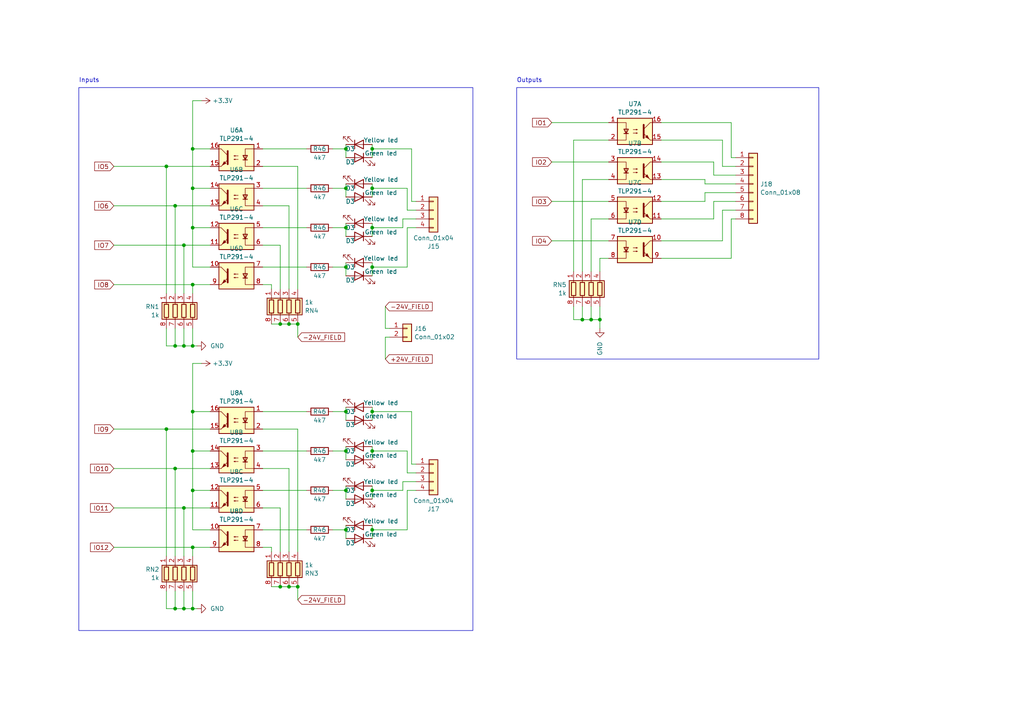
<source format=kicad_sch>
(kicad_sch (version 20230121) (generator eeschema)
  (paper "A4")
  (lib_symbols
    (symbol "Connector:Conn_01x03_Pin" (pin_names (offset 1.016) hide)
      (property "Reference" "J" (at 0 5.08 0))
      (property "Value" "Conn_01x03_Pin" (at 0 -5.08 0))
      (symbol "Conn_01x03_Pin_1_1"
        (pin passive line (at 5.08 2.54 180) (length 3.81) (name "Pin_1") (number "1"))
        (pin passive line (at 5.08 0 180) (length 3.81) (name "Pin_2") (number "2"))
        (pin passive line (at 5.08 -2.54 180) (length 3.81) (name "Pin_3") (number "3"))
      )
    )
    (symbol "Connector:Conn_01x04_Pin" (pin_names (offset 1.016) hide)
      (property "Reference" "J" (at 0 5.08 0))
      (property "Value" "Conn_01x04_Pin" (at 0 -7.62 0))
      (symbol "Conn_01x04_Pin_1_1"
        (pin passive line (at 5.08 2.54 180) (length 3.81) (name "Pin_1") (number "1"))
        (pin passive line (at 5.08 0 180) (length 3.81) (name "Pin_2") (number "2"))
        (pin passive line (at 5.08 -2.54 180) (length 3.81) (name "Pin_3") (number "3"))
        (pin passive line (at 5.08 -5.08 180) (length 3.81) (name "Pin_4") (number "4"))
      )
    )
    (symbol "Connector:Conn_01x05_Pin" (pin_names (offset 1.016) hide)
      (property "Reference" "J" (at 0 7.62 0))
      (property "Value" "Conn_01x05_Pin" (at 0 -7.62 0))
      (symbol "Conn_01x05_Pin_1_1"
        (pin passive line (at 5.08 5.08 180) (length 3.81) (name "Pin_1") (number "1"))
        (pin passive line (at 5.08 2.54 180) (length 3.81) (name "Pin_2") (number "2"))
        (pin passive line (at 5.08 0 180) (length 3.81) (name "Pin_3") (number "3"))
        (pin passive line (at 5.08 -2.54 180) (length 3.81) (name "Pin_4") (number "4"))
        (pin passive line (at 5.08 -5.08 180) (length 3.81) (name "Pin_5") (number "5"))
      )
    )
    (symbol "Connector_Generic:Conn_01x02" (pin_names (offset 1.016) hide)
      (property "Reference" "J" (at 0 2.54 0))
      (property "Value" "Conn_01x02" (at 0 -5.08 0))
      (symbol "Conn_01x02_1_1"
        (pin passive line (at -5.08 0 0) (length 3.81) (name "Pin_1") (number "1"))
        (pin passive line (at -5.08 -2.54 0) (length 3.81) (name "Pin_2") (number "2"))
      )
    )
    (symbol "Connector_Generic:Conn_01x04" (pin_names (offset 1.016) hide)
      (property "Reference" "J" (at 0 5.08 0))
      (property "Value" "Conn_01x04" (at 0 -7.62 0))
      (symbol "Conn_01x04_1_1"
        (pin passive line (at -5.08 2.54 0) (length 3.81) (name "Pin_1") (number "1"))
        (pin passive line (at -5.08 0 0) (length 3.81) (name "Pin_2") (number "2"))
        (pin passive line (at -5.08 -2.54 0) (length 3.81) (name "Pin_3") (number "3"))
        (pin passive line (at -5.08 -5.08 0) (length 3.81) (name "Pin_4") (number "4"))
      )
    )
    (symbol "Connector_Generic:Conn_01x08" (pin_names (offset 1.016) hide)
      (property "Reference" "J" (at 0 10.16 0))
      (property "Value" "Conn_01x08" (at 0 -12.7 0))
      (symbol "Conn_01x08_1_1"
        (pin passive line (at -5.08 7.62 0) (length 3.81) (name "Pin_1") (number "1"))
        (pin passive line (at -5.08 5.08 0) (length 3.81) (name "Pin_2") (number "2"))
        (pin passive line (at -5.08 2.54 0) (length 3.81) (name "Pin_3") (number "3"))
        (pin passive line (at -5.08 0 0) (length 3.81) (name "Pin_4") (number "4"))
        (pin passive line (at -5.08 -2.54 0) (length 3.81) (name "Pin_5") (number "5"))
        (pin passive line (at -5.08 -5.08 0) (length 3.81) (name "Pin_6") (number "6"))
        (pin passive line (at -5.08 -7.62 0) (length 3.81) (name "Pin_7") (number "7"))
        (pin passive line (at -5.08 -10.16 0) (length 3.81) (name "Pin_8") (number "8"))
      )
    )
    (symbol "Device:LED" (pin_numbers hide) (pin_names (offset 1.016) hide)
      (property "Reference" "D" (at 0 2.54 0))
      (property "Value" "LED" (at 0 -2.54 0))
      (symbol "LED_1_1"
        (pin passive line (at -3.81 0 0) (length 2.54) (name "K") (number "1"))
        (pin passive line (at 3.81 0 180) (length 2.54) (name "A") (number "2"))
      )
    )
    (symbol "Device:R" (pin_numbers hide) (pin_names (offset 0))
      (property "Reference" "R" (at 2.032 0 90))
      (property "Value" "R" (at 0 0 90))
      (symbol "R_1_1"
        (pin passive line (at 0 3.81 270) (length 1.27) (name "~") (number "1"))
        (pin passive line (at 0 -3.81 90) (length 1.27) (name "~") (number "2"))
      )
    )
    (symbol "Device:R_Pack04" (pin_names (offset 0) hide)
      (property "Reference" "RN" (at -7.62 0 90))
      (property "Value" "R_Pack04" (at 5.08 0 90))
      (symbol "R_Pack04_1_1"
        (pin passive line (at -5.08 -5.08 90) (length 2.54) (name "R1.1") (number "1"))
        (pin passive line (at -2.54 -5.08 90) (length 2.54) (name "R2.1") (number "2"))
        (pin passive line (at 0 -5.08 90) (length 2.54) (name "R3.1") (number "3"))
        (pin passive line (at 2.54 -5.08 90) (length 2.54) (name "R4.1") (number "4"))
        (pin passive line (at 2.54 5.08 270) (length 2.54) (name "R4.2") (number "5"))
        (pin passive line (at 0 5.08 270) (length 2.54) (name "R3.2") (number "6"))
        (pin passive line (at -2.54 5.08 270) (length 2.54) (name "R2.2") (number "7"))
        (pin passive line (at -5.08 5.08 270) (length 2.54) (name "R1.2") (number "8"))
      )
    )
    (symbol "Isolator:TLP291-4"
      (property "Reference" "U" (at -5.08 5.08 0))
      (property "Value" "TLP291-4" (at 0 5.08 0))
      (symbol "TLP291-4_1_1"
        (pin passive line (at -7.62 2.54 0) (length 2.54) (name "~") (number "1"))
        (pin passive line (at 7.62 -2.54 180) (length 2.54) (name "~") (number "15"))
        (pin passive line (at 7.62 2.54 180) (length 2.54) (name "~") (number "16"))
        (pin passive line (at -7.62 -2.54 0) (length 2.54) (name "~") (number "2"))
      )
      (symbol "TLP291-4_2_1"
        (pin passive line (at 7.62 -2.54 180) (length 2.54) (name "~") (number "13"))
        (pin passive line (at 7.62 2.54 180) (length 2.54) (name "~") (number "14"))
        (pin passive line (at -7.62 2.54 0) (length 2.54) (name "~") (number "3"))
        (pin passive line (at -7.62 -2.54 0) (length 2.54) (name "~") (number "4"))
      )
      (symbol "TLP291-4_3_1"
        (pin passive line (at 7.62 -2.54 180) (length 2.54) (name "~") (number "11"))
        (pin passive line (at 7.62 2.54 180) (length 2.54) (name "~") (number "12"))
        (pin passive line (at -7.62 2.54 0) (length 2.54) (name "~") (number "5"))
        (pin passive line (at -7.62 -2.54 0) (length 2.54) (name "~") (number "6"))
      )
      (symbol "TLP291-4_4_1"
        (pin passive line (at 7.62 2.54 180) (length 2.54) (name "~") (number "10"))
        (pin passive line (at -7.62 2.54 0) (length 2.54) (name "~") (number "7"))
        (pin passive line (at -7.62 -2.54 0) (length 2.54) (name "~") (number "8"))
        (pin passive line (at 7.62 -2.54 180) (length 2.54) (name "~") (number "9"))
      )
    )
    (symbol "power:+3.3V" (power) (pin_names (offset 0))
      (property "Value" "+3.3V" (at 0 3.556 0))
      (symbol "+3.3V_1_1"
        (pin power_in line (at 0 0 90) (length 0) hide (name "+3.3V") (number "1"))
      )
    )
    (symbol "power:+5V" (power) (pin_names (offset 0))
      (property "Value" "+5V" (at 0 3.556 0))
      (symbol "+5V_1_1"
        (pin power_in line (at 0 0 90) (length 0) hide (name "+5V") (number "1"))
      )
    )
    (symbol "power:GND" (power) (pin_names (offset 0))
      (property "Value" "GND" (at 0 -3.81 0))
      (symbol "GND_1_1"
        (pin power_in line (at 0 0 270) (length 0) hide (name "GND") (number "1"))
      )
    )
  )
  (junction (at 55.88 54.61))
  (junction (at 107.95 119.38))
  (junction (at 107.95 66.04))
  (junction (at 394.97 86.36))
  (junction (at 48.26 124.46))
  (junction (at 317.5 73.66))
  (junction (at 83.82 93.98))
  (junction (at 55.88 176.53))
  (junction (at 100.33 66.04))
  (junction (at 168.91 92.71))
  (junction (at 55.88 119.38))
  (junction (at 317.5 71.12))
  (junction (at 50.8 176.53))
  (junction (at 81.28 93.98))
  (junction (at 100.33 77.47))
  (junction (at 107.95 130.81))
  (junction (at 173.99 92.71))
  (junction (at 317.5 46.99))
  (junction (at 309.88 104.14))
  (junction (at 171.45 92.71))
  (junction (at 83.82 170.18))
  (junction (at 100.33 153.67))
  (junction (at 317.5 49.53))
  (junction (at 312.42 80.01))
  (junction (at 55.88 43.18))
  (junction (at 55.88 82.55))
  (junction (at 317.5 97.79))
  (junction (at 55.88 130.81))
  (junction (at 48.26 48.26))
  (junction (at 317.5 95.25))
  (junction (at 53.34 147.32))
  (junction (at 50.8 135.89))
  (junction (at 86.36 93.98))
  (junction (at 312.42 31.75))
  (junction (at 317.5 44.45))
  (junction (at 312.42 55.88))
  (junction (at 55.88 66.04))
  (junction (at 394.97 100.33))
  (junction (at 107.95 43.18))
  (junction (at 317.5 68.58))
  (junction (at 394.97 102.87))
  (junction (at 107.95 153.67))
  (junction (at 318.77 121.92))
  (junction (at 55.88 100.33))
  (junction (at 107.95 77.47))
  (junction (at 308.61 31.75))
  (junction (at 53.34 176.53))
  (junction (at 308.61 55.88))
  (junction (at 100.33 130.81))
  (junction (at 50.8 59.69))
  (junction (at 53.34 71.12))
  (junction (at 318.77 116.84))
  (junction (at 308.61 80.01))
  (junction (at 55.88 142.24))
  (junction (at 100.33 142.24))
  (junction (at 81.28 170.18))
  (junction (at 318.77 119.38))
  (junction (at 100.33 119.38))
  (junction (at 317.5 92.71))
  (junction (at 55.88 158.75))
  (junction (at 313.69 104.14))
  (junction (at 394.97 88.9))
  (junction (at 100.33 43.18))
  (junction (at 50.8 100.33))
  (junction (at 100.33 54.61))
  (junction (at 53.34 100.33))
  (junction (at 107.95 142.24))
  (junction (at 86.36 170.18))
  (junction (at 107.95 54.61))
  (wire (pts (xy 100.33 57.15) (xy 100.33 54.61)))
  (wire (pts (xy 76.2 142.24) (xy 88.9 142.24)))
  (wire (pts (xy 312.42 73.66) (xy 317.5 73.66)))
  (wire (pts (xy 100.33 130.81) (xy 100.33 129.54)))
  (wire (pts (xy 120.65 66.04) (xy 118.11 66.04)))
  (wire (pts (xy 55.88 54.61) (xy 55.88 43.18)))
  (wire (pts (xy 33.02 48.26) (xy 48.26 48.26)))
  (wire (pts (xy 312.42 55.88) (xy 312.42 58.42)))
  (wire (pts (xy 308.61 95.25) (xy 317.5 95.25)))
  (wire (pts (xy 312.42 31.75) (xy 312.42 34.29)))
  (wire (pts (xy 166.37 88.9) (xy 166.37 92.71)))
  (wire (pts (xy 173.99 88.9) (xy 173.99 92.71)))
  (wire (pts (xy 55.88 66.04) (xy 60.96 66.04)))
  (wire (pts (xy 50.8 135.89) (xy 60.96 135.89)))
  (wire (pts (xy 312.42 80.01) (xy 339.09 80.01)))
  (wire (pts (xy 81.28 71.12) (xy 81.28 83.82)))
  (wire (pts (xy 76.2 153.67) (xy 88.9 153.67)))
  (wire (pts (xy 100.33 45.72) (xy 100.33 43.18)))
  (wire (pts (xy 55.88 100.33) (xy 53.34 100.33)))
  (wire (pts (xy 100.33 153.67) (xy 100.33 152.4)))
  (wire (pts (xy 119.38 134.62) (xy 120.65 134.62)))
  (wire (pts (xy 76.2 135.89) (xy 83.82 135.89)))
  (wire (pts (xy 118.11 66.04) (xy 118.11 77.47)))
  (wire (pts (xy 55.88 43.18) (xy 60.96 43.18)))
  (wire (pts (xy 394.97 72.39) (xy 405.13 72.39)))
  (wire (pts (xy 304.8 80.01) (xy 308.61 80.01)))
  (wire (pts (xy 55.88 105.41) (xy 58.42 105.41)))
  (wire (pts (xy 213.36 58.42) (xy 207.01 58.42)))
  (wire (pts (xy 86.36 48.26) (xy 86.36 83.82)))
  (wire (pts (xy 304.8 55.88) (xy 308.61 55.88)))
  (wire (pts (xy 113.03 95.25) (xy 111.76 95.25)))
  (wire (pts (xy 394.97 102.87) (xy 405.13 102.87)))
  (wire (pts (xy 168.91 52.07) (xy 168.91 78.74)))
  (wire (pts (xy 33.02 71.12) (xy 53.34 71.12)))
  (wire (pts (xy 96.52 130.81) (xy 100.33 130.81)))
  (wire (pts (xy 86.36 93.98) (xy 86.36 97.79)))
  (wire (pts (xy 304.8 58.42) (xy 304.8 55.88)))
  (wire (pts (xy 107.95 77.47) (xy 107.95 76.2)))
  (wire (pts (xy 394.97 100.33) (xy 405.13 100.33)))
  (wire (pts (xy 120.65 139.7) (xy 116.84 139.7)))
  (wire (pts (xy 33.02 82.55) (xy 55.88 82.55)))
  (wire (pts (xy 313.69 121.92) (xy 318.77 121.92)))
  (wire (pts (xy 304.8 31.75) (xy 308.61 31.75)))
  (wire (pts (xy 76.2 71.12) (xy 81.28 71.12)))
  (wire (pts (xy 207.01 46.99) (xy 191.77 46.99)))
  (wire (pts (xy 308.61 31.75) (xy 312.42 31.75)))
  (wire (pts (xy 53.34 71.12) (xy 60.96 71.12)))
  (wire (pts (xy 55.88 77.47) (xy 55.88 66.04)))
  (wire (pts (xy 337.82 124.46) (xy 318.77 124.46)))
  (wire (pts (xy 50.8 176.53) (xy 50.8 171.45)))
  (wire (pts (xy 308.61 80.01) (xy 308.61 82.55)))
  (wire (pts (xy 81.28 93.98) (xy 83.82 93.98)))
  (wire (pts (xy 312.42 66.04) (xy 312.42 73.66)))
  (wire (pts (xy 212.09 45.72) (xy 213.36 45.72)))
  (wire (pts (xy 171.45 92.71) (xy 173.99 92.71)))
  (wire (pts (xy 76.2 147.32) (xy 81.28 147.32)))
  (wire (pts (xy 55.88 176.53) (xy 53.34 176.53)))
  (wire (pts (xy 96.52 43.18) (xy 100.33 43.18)))
  (wire (pts (xy 304.8 68.58) (xy 317.5 68.58)))
  (wire (pts (xy 306.07 114.3) (xy 306.07 116.84)))
  (wire (pts (xy 394.97 88.9) (xy 405.13 88.9)))
  (wire (pts (xy 119.38 134.62) (xy 119.38 119.38)))
  (wire (pts (xy 107.95 43.18) (xy 107.95 41.91)))
  (wire (pts (xy 204.47 53.34) (xy 213.36 53.34)))
  (wire (pts (xy 107.95 68.58) (xy 107.95 66.04)))
  (wire (pts (xy 312.42 97.79) (xy 317.5 97.79)))
  (wire (pts (xy 118.11 54.61) (xy 107.95 54.61)))
  (wire (pts (xy 55.88 82.55) (xy 60.96 82.55)))
  (wire (pts (xy 204.47 55.88) (xy 213.36 55.88)))
  (wire (pts (xy 317.5 44.45) (xy 337.82 44.45)))
  (wire (pts (xy 191.77 58.42) (xy 204.47 58.42)))
  (wire (pts (xy 50.8 85.09) (xy 50.8 59.69)))
  (wire (pts (xy 312.42 55.88) (xy 339.09 55.88)))
  (wire (pts (xy 55.88 100.33) (xy 55.88 95.25)))
  (wire (pts (xy 118.11 130.81) (xy 107.95 130.81)))
  (wire (pts (xy 209.55 40.64) (xy 209.55 48.26)))
  (wire (pts (xy 76.2 158.75) (xy 78.74 158.75)))
  (wire (pts (xy 212.09 63.5) (xy 213.36 63.5)))
  (wire (pts (xy 55.88 158.75) (xy 60.96 158.75)))
  (wire (pts (xy 100.33 68.58) (xy 100.33 66.04)))
  (wire (pts (xy 191.77 69.85) (xy 209.55 69.85)))
  (wire (pts (xy 107.95 54.61) (xy 107.95 53.34)))
  (wire (pts (xy 100.33 77.47) (xy 100.33 76.2)))
  (wire (pts (xy 120.65 137.16) (xy 118.11 137.16)))
  (wire (pts (xy 118.11 137.16) (xy 118.11 130.81)))
  (wire (pts (xy 96.52 153.67) (xy 100.33 153.67)))
  (wire (pts (xy 212.09 45.72) (xy 212.09 35.56)))
  (wire (pts (xy 116.84 139.7) (xy 116.84 142.24)))
  (wire (pts (xy 111.76 104.14) (xy 111.76 97.79)))
  (wire (pts (xy 173.99 74.93) (xy 173.99 78.74)))
  (wire (pts (xy 107.95 80.01) (xy 107.95 77.47)))
  (wire (pts (xy 76.2 43.18) (xy 88.9 43.18)))
  (wire (pts (xy 53.34 176.53) (xy 50.8 176.53)))
  (wire (pts (xy 308.61 90.17) (xy 308.61 95.25)))
  (wire (pts (xy 313.69 114.3) (xy 313.69 121.92)))
  (wire (pts (xy 50.8 100.33) (xy 50.8 95.25)))
  (wire (pts (xy 48.26 176.53) (xy 48.26 171.45)))
  (wire (pts (xy 394.97 63.5) (xy 405.13 63.5)))
  (wire (pts (xy 304.8 82.55) (xy 304.8 80.01)))
  (wire (pts (xy 100.33 133.35) (xy 100.33 130.81)))
  (wire (pts (xy 53.34 147.32) (xy 60.96 147.32)))
  (wire (pts (xy 176.53 74.93) (xy 173.99 74.93)))
  (wire (pts (xy 96.52 77.47) (xy 100.33 77.47)))
  (wire (pts (xy 209.55 69.85) (xy 209.55 60.96)))
  (wire (pts (xy 78.74 93.98) (xy 81.28 93.98)))
  (wire (pts (xy 204.47 52.07) (xy 204.47 53.34)))
  (wire (pts (xy 168.91 92.71) (xy 171.45 92.71)))
  (wire (pts (xy 120.65 60.96) (xy 118.11 60.96)))
  (wire (pts (xy 50.8 161.29) (xy 50.8 135.89)))
  (wire (pts (xy 50.8 59.69) (xy 60.96 59.69)))
  (wire (pts (xy 53.34 100.33) (xy 50.8 100.33)))
  (wire (pts (xy 318.77 116.84) (xy 339.09 116.84)))
  (wire (pts (xy 176.53 63.5) (xy 171.45 63.5)))
  (wire (pts (xy 107.95 153.67) (xy 107.95 152.4)))
  (wire (pts (xy 48.26 85.09) (xy 48.26 48.26)))
  (wire (pts (xy 377.19 88.9) (xy 377.19 86.36)))
  (wire (pts (xy 116.84 63.5) (xy 116.84 66.04)))
  (wire (pts (xy 86.36 170.18) (xy 86.36 173.99)))
  (wire (pts (xy 394.97 77.47) (xy 405.13 77.47)))
  (wire (pts (xy 309.88 114.3) (xy 309.88 119.38)))
  (wire (pts (xy 160.02 35.56) (xy 176.53 35.56)))
  (wire (pts (xy 81.28 147.32) (xy 81.28 160.02)))
  (wire (pts (xy 107.95 66.04) (xy 107.95 64.77)))
  (wire (pts (xy 317.5 49.53) (xy 337.82 49.53)))
  (wire (pts (xy 96.52 142.24) (xy 100.33 142.24)))
  (wire (pts (xy 120.65 63.5) (xy 116.84 63.5)))
  (wire (pts (xy 50.8 100.33) (xy 48.26 100.33)))
  (wire (pts (xy 176.53 40.64) (xy 166.37 40.64)))
  (wire (pts (xy 55.88 43.18) (xy 55.88 29.21)))
  (wire (pts (xy 313.69 104.14) (xy 313.69 106.68)))
  (wire (pts (xy 107.95 130.81) (xy 107.95 129.54)))
  (wire (pts (xy 86.36 124.46) (xy 86.36 160.02)))
  (wire (pts (xy 317.5 97.79) (xy 337.82 97.79)))
  (wire (pts (xy 317.5 71.12) (xy 337.82 71.12)))
  (wire (pts (xy 119.38 58.42) (xy 120.65 58.42)))
  (wire (pts (xy 209.55 48.26) (xy 213.36 48.26)))
  (wire (pts (xy 306.07 106.68) (xy 306.07 104.14)))
  (wire (pts (xy 76.2 124.46) (xy 86.36 124.46)))
  (wire (pts (xy 107.95 45.72) (xy 107.95 43.18)))
  (wire (pts (xy 48.26 161.29) (xy 48.26 124.46)))
  (wire (pts (xy 100.33 144.78) (xy 100.33 142.24)))
  (wire (pts (xy 337.82 90.17) (xy 317.5 90.17)))
  (wire (pts (xy 394.97 107.95) (xy 405.13 107.95)))
  (wire (pts (xy 405.13 66.04) (xy 394.97 66.04)))
  (wire (pts (xy 96.52 66.04) (xy 100.33 66.04)))
  (wire (pts (xy 304.8 90.17) (xy 304.8 92.71)))
  (wire (pts (xy 33.02 124.46) (xy 48.26 124.46)))
  (wire (pts (xy 100.33 156.21) (xy 100.33 153.67)))
  (wire (pts (xy 306.07 104.14) (xy 309.88 104.14)))
  (wire (pts (xy 60.96 77.47) (xy 55.88 77.47)))
  (wire (pts (xy 107.95 156.21) (xy 107.95 153.67)))
  (wire (pts (xy 55.88 54.61) (xy 60.96 54.61)))
  (wire (pts (xy 118.11 153.67) (xy 107.95 153.67)))
  (wire (pts (xy 33.02 158.75) (xy 55.88 158.75)))
  (wire (pts (xy 53.34 85.09) (xy 53.34 71.12)))
  (wire (pts (xy 48.26 48.26) (xy 60.96 48.26)))
  (wire (pts (xy 384.81 102.87) (xy 394.97 102.87)))
  (wire (pts (xy 308.61 31.75) (xy 308.61 34.29)))
  (wire (pts (xy 118.11 60.96) (xy 118.11 54.61)))
  (wire (pts (xy 304.8 44.45) (xy 317.5 44.45)))
  (wire (pts (xy 100.33 142.24) (xy 100.33 140.97)))
  (wire (pts (xy 339.09 114.3) (xy 318.77 114.3)))
  (wire (pts (xy 100.33 121.92) (xy 100.33 119.38)))
  (wire (pts (xy 50.8 176.53) (xy 48.26 176.53)))
  (wire (pts (xy 191.77 40.64) (xy 209.55 40.64)))
  (wire (pts (xy 83.82 93.98) (xy 86.36 93.98)))
  (wire (pts (xy 78.74 158.75) (xy 78.74 160.02)))
  (wire (pts (xy 191.77 52.07) (xy 204.47 52.07)))
  (wire (pts (xy 317.5 95.25) (xy 337.82 95.25)))
  (wire (pts (xy 55.88 142.24) (xy 60.96 142.24)))
  (wire (pts (xy 111.76 95.25) (xy 111.76 88.9)))
  (wire (pts (xy 317.5 92.71) (xy 337.82 92.71)))
  (wire (pts (xy 100.33 66.04) (xy 100.33 64.77)))
  (wire (pts (xy 55.88 119.38) (xy 60.96 119.38)))
  (wire (pts (xy 48.26 124.46) (xy 60.96 124.46)))
  (wire (pts (xy 312.42 31.75) (xy 339.09 31.75)))
  (wire (pts (xy 33.02 135.89) (xy 50.8 135.89)))
  (wire (pts (xy 304.8 34.29) (xy 304.8 31.75)))
  (wire (pts (xy 171.45 63.5) (xy 171.45 78.74)))
  (wire (pts (xy 53.34 176.53) (xy 53.34 171.45)))
  (wire (pts (xy 100.33 80.01) (xy 100.33 77.47)))
  (wire (pts (xy 213.36 50.8) (xy 207.01 50.8)))
  (wire (pts (xy 166.37 92.71) (xy 168.91 92.71)))
  (wire (pts (xy 107.95 144.78) (xy 107.95 142.24)))
  (wire (pts (xy 212.09 74.93) (xy 191.77 74.93)))
  (wire (pts (xy 119.38 58.42) (xy 119.38 43.18)))
  (wire (pts (xy 304.8 66.04) (xy 304.8 68.58)))
  (wire (pts (xy 107.95 57.15) (xy 107.95 54.61)))
  (wire (pts (xy 96.52 119.38) (xy 100.33 119.38)))
  (wire (pts (xy 377.19 102.87) (xy 377.19 100.33)))
  (wire (pts (xy 312.42 41.91) (xy 312.42 49.53)))
  (wire (pts (xy 53.34 100.33) (xy 53.34 95.25)))
  (wire (pts (xy 76.2 119.38) (xy 88.9 119.38)))
  (wire (pts (xy 76.2 66.04) (xy 88.9 66.04)))
  (wire (pts (xy 394.97 60.96) (xy 405.13 60.96)))
  (wire (pts (xy 207.01 58.42) (xy 207.01 63.5)))
  (wire (pts (xy 55.88 176.53) (xy 55.88 171.45)))
  (wire (pts (xy 55.88 119.38) (xy 55.88 105.41)))
  (wire (pts (xy 207.01 63.5) (xy 191.77 63.5)))
  (wire (pts (xy 394.97 80.01) (xy 405.13 80.01)))
  (wire (pts (xy 384.81 88.9) (xy 394.97 88.9)))
  (wire (pts (xy 304.8 41.91) (xy 304.8 44.45)))
  (wire (pts (xy 317.5 46.99) (xy 337.82 46.99)))
  (wire (pts (xy 118.11 142.24) (xy 118.11 153.67)))
  (wire (pts (xy 160.02 46.99) (xy 176.53 46.99)))
  (wire (pts (xy 212.09 63.5) (xy 212.09 74.93)))
  (wire (pts (xy 119.38 119.38) (xy 107.95 119.38)))
  (wire (pts (xy 100.33 43.18) (xy 100.33 41.91)))
  (wire (pts (xy 55.88 153.67) (xy 55.88 142.24)))
  (wire (pts (xy 81.28 170.18) (xy 83.82 170.18)))
  (wire (pts (xy 337.82 66.04) (xy 317.5 66.04)))
  (wire (pts (xy 176.53 52.07) (xy 168.91 52.07)))
  (wire (pts (xy 116.84 142.24) (xy 107.95 142.24)))
  (wire (pts (xy 76.2 54.61) (xy 88.9 54.61)))
  (wire (pts (xy 212.09 35.56) (xy 191.77 35.56)))
  (wire (pts (xy 55.88 142.24) (xy 55.88 130.81)))
  (wire (pts (xy 171.45 88.9) (xy 171.45 92.71)))
  (wire (pts (xy 377.19 86.36) (xy 394.97 86.36)))
  (wire (pts (xy 100.33 54.61) (xy 100.33 53.34)))
  (wire (pts (xy 48.26 100.33) (xy 48.26 95.25)))
  (wire (pts (xy 76.2 59.69) (xy 83.82 59.69)))
  (wire (pts (xy 313.69 104.14) (xy 340.36 104.14)))
  (wire (pts (xy 160.02 69.85) (xy 176.53 69.85)))
  (wire (pts (xy 55.88 66.04) (xy 55.88 54.61)))
  (wire (pts (xy 55.88 85.09) (xy 55.88 82.55)))
  (wire (pts (xy 120.65 142.24) (xy 118.11 142.24)))
  (wire (pts (xy 60.96 153.67) (xy 55.88 153.67)))
  (wire (pts (xy 57.15 176.53) (xy 55.88 176.53)))
  (wire (pts (xy 107.95 121.92) (xy 107.95 119.38)))
  (wire (pts (xy 309.88 104.14) (xy 313.69 104.14)))
  (wire (pts (xy 166.37 40.64) (xy 166.37 78.74)))
  (wire (pts (xy 55.88 161.29) (xy 55.88 158.75)))
  (wire (pts (xy 111.76 97.79) (xy 113.03 97.79)))
  (wire (pts (xy 318.77 119.38) (xy 339.09 119.38)))
  (wire (pts (xy 118.11 77.47) (xy 107.95 77.47)))
  (wire (pts (xy 394.97 58.42) (xy 405.13 58.42)))
  (wire (pts (xy 55.88 130.81) (xy 55.88 119.38)))
  (wire (pts (xy 377.19 100.33) (xy 394.97 100.33)))
  (wire (pts (xy 168.91 88.9) (xy 168.91 92.71)))
  (wire (pts (xy 336.55 52.07) (xy 317.5 52.07)))
  (wire (pts (xy 83.82 135.89) (xy 83.82 160.02)))
  (wire (pts (xy 55.88 29.21) (xy 58.42 29.21)))
  (wire (pts (xy 53.34 161.29) (xy 53.34 147.32)))
  (wire (pts (xy 107.95 119.38) (xy 107.95 118.11)))
  (wire (pts (xy 308.61 66.04) (xy 308.61 71.12)))
  (wire (pts (xy 83.82 59.69) (xy 83.82 83.82)))
  (wire (pts (xy 78.74 170.18) (xy 81.28 170.18)))
  (wire (pts (xy 83.82 170.18) (xy 86.36 170.18)))
  (wire (pts (xy 309.88 104.14) (xy 309.88 106.68)))
  (wire (pts (xy 308.61 80.01) (xy 312.42 80.01)))
  (wire (pts (xy 116.84 66.04) (xy 107.95 66.04)))
  (wire (pts (xy 96.52 54.61) (xy 100.33 54.61)))
  (wire (pts (xy 337.82 41.91) (xy 317.5 41.91)))
  (wire (pts (xy 308.61 71.12) (xy 317.5 71.12)))
  (wire (pts (xy 76.2 82.55) (xy 78.74 82.55)))
  (wire (pts (xy 107.95 142.24) (xy 107.95 140.97)))
  (wire (pts (xy 336.55 100.33) (xy 317.5 100.33)))
  (wire (pts (xy 308.61 41.91) (xy 308.61 46.99)))
  (wire (pts (xy 160.02 58.42) (xy 176.53 58.42)))
  (wire (pts (xy 312.42 49.53) (xy 317.5 49.53)))
  (wire (pts (xy 394.97 105.41) (xy 405.13 105.41)))
  (wire (pts (xy 304.8 92.71) (xy 317.5 92.71)))
  (wire (pts (xy 318.77 121.92) (xy 339.09 121.92)))
  (wire (pts (xy 312.42 90.17) (xy 312.42 97.79)))
  (wire (pts (xy 209.55 60.96) (xy 213.36 60.96)))
  (wire (pts (xy 308.61 46.99) (xy 317.5 46.99)))
  (wire (pts (xy 173.99 92.71) (xy 173.99 95.25)))
  (wire (pts (xy 317.5 68.58) (xy 337.82 68.58)))
  (wire (pts (xy 394.97 91.44) (xy 405.13 91.44)))
  (wire (pts (xy 55.88 130.81) (xy 60.96 130.81)))
  (wire (pts (xy 76.2 130.81) (xy 88.9 130.81)))
  (wire (pts (xy 119.38 43.18) (xy 107.95 43.18)))
  (wire (pts (xy 33.02 59.69) (xy 50.8 59.69)))
  (wire (pts (xy 33.02 147.32) (xy 53.34 147.32)))
  (wire (pts (xy 394.97 93.98) (xy 405.13 93.98)))
  (wire (pts (xy 317.5 73.66) (xy 337.82 73.66)))
  (wire (pts (xy 336.55 76.2) (xy 317.5 76.2)))
  (wire (pts (xy 312.42 80.01) (xy 312.42 82.55)))
  (wire (pts (xy 107.95 133.35) (xy 107.95 130.81)))
  (wire (pts (xy 394.97 74.93) (xy 405.13 74.93)))
  (wire (pts (xy 308.61 55.88) (xy 308.61 58.42)))
  (wire (pts (xy 308.61 55.88) (xy 312.42 55.88)))
  (wire (pts (xy 76.2 48.26) (xy 86.36 48.26)))
  (wire (pts (xy 100.33 119.38) (xy 100.33 118.11)))
  (wire (pts (xy 78.74 82.55) (xy 78.74 83.82)))
  (wire (pts (xy 306.07 116.84) (xy 318.77 116.84)))
  (wire (pts (xy 309.88 119.38) (xy 318.77 119.38)))
  (wire (pts (xy 57.15 100.33) (xy 55.88 100.33)))
  (wire (pts (xy 76.2 77.47) (xy 88.9 77.47)))
  (wire (pts (xy 207.01 50.8) (xy 207.01 46.99)))
  (wire (pts (xy 394.97 86.36) (xy 405.13 86.36)))
  (wire (pts (xy 204.47 58.42) (xy 204.47 55.88)))
  (rectangle (start 149.86 25.4) (end 237.49 104.14))
  (rectangle (start 22.86 25.4) (end 137.16 182.88))
  (text "Inputs" (at 22.86 24.13 0) (effects (font (size 1.27 1.27)) (justify left bottom)))
  (text "Timer 4" (at 339.09 87.63 0) (effects (font (size 1.27 1.27)) (justify left bottom)))
  (text "Timer 8" (at 340.36 111.76 0) (effects (font (size 1.27 1.27)) (justify left bottom)))
  (text "Timer 3" (at 339.09 63.5 0) (effects (font (size 1.27 1.27)) (justify left bottom)))
  (text "Outputs" (at 149.86 24.13 0) (effects (font (size 1.27 1.27)) (justify left bottom)))
  (text "Timer 2" (at 339.09 39.37 0) (effects (font (size 1.27 1.27)) (justify left bottom)))
  (global_label "-24V_FIELD" (shape input) (at 111.76 88.9 0) (property "Intersheetrefs" "${INTERSHEET_REFS}" (effects hide)))
  (global_label "TX" (shape input) (at 405.13 72.39 0) (property "Intersheetrefs" "${INTERSHEET_REFS}" (effects hide)))
  (global_label "IO12" (shape input) (at 33.02 158.75 180) (property "Intersheetrefs" "${INTERSHEET_REFS}" (effects hide)))
  (global_label "ENC3_B" (shape input) (at 337.82 95.25 0) (property "Intersheetrefs" "${INTERSHEET_REFS}" (effects hide)))
  (global_label "STEP1_DIR" (shape input) (at 405.13 91.44 0) (property "Intersheetrefs" "${INTERSHEET_REFS}" (effects hide)))
  (global_label "IO2" (shape input) (at 160.02 46.99 180) (property "Intersheetrefs" "${INTERSHEET_REFS}" (effects hide)))
  (global_label "I2C2_SCL" (shape input) (at 317.5 149.86 0) (property "Intersheetrefs" "${INTERSHEET_REFS}" (effects hide)))
  (global_label "ENC1_Z" (shape input) (at 337.82 49.53 0) (property "Intersheetrefs" "${INTERSHEET_REFS}" (effects hide)))
  (global_label "STEP2_DIR" (shape input) (at 405.13 105.41 0) (property "Intersheetrefs" "${INTERSHEET_REFS}" (effects hide)))
  (global_label "ENC2_B" (shape input) (at 337.82 71.12 0) (property "Intersheetrefs" "${INTERSHEET_REFS}" (effects hide)))
  (global_label "ENC4_B" (shape input) (at 339.09 119.38 0) (property "Intersheetrefs" "${INTERSHEET_REFS}" (effects hide)))
  (global_label "IO10" (shape input) (at 33.02 135.89 180) (property "Intersheetrefs" "${INTERSHEET_REFS}" (effects hide)))
  (global_label "IO11" (shape input) (at 33.02 147.32 180) (property "Intersheetrefs" "${INTERSHEET_REFS}" (effects hide)))
  (global_label "STEP1_STEP" (shape input) (at 405.13 88.9 0) (property "Intersheetrefs" "${INTERSHEET_REFS}" (effects hide)))
  (global_label "SWCLK" (shape input) (at 405.13 60.96 0) (property "Intersheetrefs" "${INTERSHEET_REFS}" (effects hide)))
  (global_label "-24V_FIELD" (shape input) (at 86.36 97.79 0) (property "Intersheetrefs" "${INTERSHEET_REFS}" (effects hide)))
  (global_label "+24V_FIELD" (shape input) (at 111.76 104.14 0) (property "Intersheetrefs" "${INTERSHEET_REFS}" (effects hide)))
  (global_label "IO1" (shape input) (at 160.02 35.56 180) (property "Intersheetrefs" "${INTERSHEET_REFS}" (effects hide)))
  (global_label "-24V_FIELD" (shape input) (at 86.36 173.99 0) (property "Intersheetrefs" "${INTERSHEET_REFS}" (effects hide)))
  (global_label "IO8" (shape input) (at 33.02 82.55 180) (property "Intersheetrefs" "${INTERSHEET_REFS}" (effects hide)))
  (global_label "IO9" (shape input) (at 33.02 124.46 180) (property "Intersheetrefs" "${INTERSHEET_REFS}" (effects hide)))
  (global_label "I2C2_SDA" (shape input) (at 317.5 152.4 0) (property "Intersheetrefs" "${INTERSHEET_REFS}" (effects hide)))
  (global_label "ENC3_Z" (shape input) (at 337.82 97.79 0) (property "Intersheetrefs" "${INTERSHEET_REFS}" (effects hide)))
  (global_label "IO5" (shape input) (at 33.02 48.26 180) (property "Intersheetrefs" "${INTERSHEET_REFS}" (effects hide)))
  (global_label "ENC3_A" (shape input) (at 337.82 92.71 0) (property "Intersheetrefs" "${INTERSHEET_REFS}" (effects hide)))
  (global_label "IO6" (shape input) (at 33.02 59.69 180) (property "Intersheetrefs" "${INTERSHEET_REFS}" (effects hide)))
  (global_label "STEP2_STEP" (shape input) (at 405.13 102.87 0) (property "Intersheetrefs" "${INTERSHEET_REFS}" (effects hide)))
  (global_label "ENC4_Z" (shape input) (at 339.09 121.92 0) (property "Intersheetrefs" "${INTERSHEET_REFS}" (effects hide)))
  (global_label "IO4" (shape input) (at 160.02 69.85 180) (property "Intersheetrefs" "${INTERSHEET_REFS}" (effects hide)))
  (global_label "ENC1_B" (shape input) (at 337.82 46.99 0) (property "Intersheetrefs" "${INTERSHEET_REFS}" (effects hide)))
  (global_label "ENC1_A" (shape input) (at 337.82 44.45 0) (property "Intersheetrefs" "${INTERSHEET_REFS}" (effects hide)))
  (global_label "RX" (shape input) (at 405.13 74.93 0) (property "Intersheetrefs" "${INTERSHEET_REFS}" (effects hide)))
  (global_label "DAC1" (shape input) (at 322.58 139.7 0) (property "Intersheetrefs" "${INTERSHEET_REFS}" (effects hide)))
  (global_label "IO3" (shape input) (at 160.02 58.42 180) (property "Intersheetrefs" "${INTERSHEET_REFS}" (effects hide)))
  (global_label "ENC2_Z" (shape input) (at 337.82 73.66 0) (property "Intersheetrefs" "${INTERSHEET_REFS}" (effects hide)))
  (global_label "ENC4_A" (shape input) (at 339.09 116.84 0) (property "Intersheetrefs" "${INTERSHEET_REFS}" (effects hide)))
  (global_label "ENC2_A" (shape input) (at 337.82 68.58 0) (property "Intersheetrefs" "${INTERSHEET_REFS}" (effects hide)))
  (global_label "SWDIO" (shape input) (at 405.13 58.42 0) (property "Intersheetrefs" "${INTERSHEET_REFS}" (effects hide)))
  (global_label "IO7" (shape input) (at 33.02 71.12 180) (property "Intersheetrefs" "${INTERSHEET_REFS}" (effects hide)))
  (symbol (lib_id "Isolator:TLP291-4") (at 68.58 57.15 0) (mirror y) (unit 2)
    (property "Reference" "U6" (at 68.58 49.1957 0))
    (property "Value" "TLP291-4" (at 68.58 51.6199 0))
    (property "Footprint" "Package_SO:SOIC-16_4.55x10.3mm_P1.27mm" (effects hide))
    (property "Datasheet" "https://toshiba.semicon-storage.com/info/docget.jsp?did=12858&prodName=TLP291-4" (effects hide))
  )
  (symbol (lib_id "Device:LED") (at 104.14 140.97 0) (mirror x) (unit 1)
    (property "Reference" "D3" (at 101.6 142.24 0))
    (property "Value" "Yellow led" (at 110.49 139.7 0))
    (property "Footprint" "LED_SMD:LED_0805_2012Metric" (effects hide))
    (instances (project "Ax58100-stm32-ethercat" (path "" (reference "D3") (unit 1)) (path "" (reference "D25") (unit 1))))
  )
  (symbol (lib_id "power:GND") (at 173.99 95.25 0) (mirror y) (unit 1)
    (property "Reference" "#PWR?" (effects hide))
    (property "Value" "GND" (at 173.99 99.06 90) (effects (justify right)))
    (instances (project "Ax58100-stm32-ethercat" (path "" (reference "#PWR?") (unit 1)) (path "" (reference "#PWR0105") (unit 1))))
  )
  (symbol (lib_id "power:GND") (at 317.5 154.94 90) (unit 1)
    (property "Reference" "#PWR?" (effects hide))
    (property "Value" "GND" (at 321.31 154.94 90) (effects (justify right)))
    (instances (project "Ax58100-stm32-ethercat" (path "" (reference "#PWR?") (unit 1)) (path "" (reference "#PWR0108") (unit 1))))
  )
  (symbol (lib_id "power:GND") (at 336.55 76.2 90) (unit 1)
    (property "Reference" "#PWR?" (effects hide))
    (property "Value" "GND" (at 340.36 76.2 90) (effects (justify right)))
    (instances (project "Ax58100-stm32-ethercat" (path "" (reference "#PWR?") (unit 1)) (path "" (reference "#PWR0112") (unit 1))))
  )
  (symbol (lib_id "power:+3.3V") (at 340.36 104.14 270) (unit 1)
    (property "Reference" "#PWR?" (effects hide))
    (property "Value" "+3.3V" (at 343.535 104.14 90) (effects (justify left)))
    (instances (project "Ax58100-stm32-ethercat" (path "" (reference "#PWR?") (unit 1)) (path "" (reference "#PWR0122") (unit 1))))
  )
  (symbol (lib_id "Device:R") (at 312.42 86.36 180) (unit 1)
    (property "Reference" "R41" (at 312.42 86.36 90))
    (property "Value" "1k" (at 313.69 82.55 0))
    (property "Footprint" "Resistor_SMD:R_0805_2012Metric" (effects hide))
  )
  (symbol (lib_id "power:GND") (at 57.15 100.33 90) (mirror x) (unit 1)
    (property "Reference" "#PWR?" (effects hide))
    (property "Value" "GND" (at 60.96 100.33 90) (effects (justify right)))
    (instances (project "Ax58100-stm32-ethercat" (path "" (reference "#PWR?") (unit 1)) (path "" (reference "#PWR0103") (unit 1))))
  )
  (symbol (lib_id "Device:R") (at 304.8 62.23 180) (unit 1)
    (property "Reference" "R8" (at 304.8 62.23 90))
    (property "Value" "1k" (at 306.07 58.42 0))
    (property "Footprint" "Resistor_SMD:R_0805_2012Metric" (effects hide))
  )
  (symbol (lib_id "Device:LED") (at 104.14 129.54 0) (mirror x) (unit 1)
    (property "Reference" "D3" (at 101.6 130.81 0))
    (property "Value" "Yellow led" (at 110.49 128.27 0))
    (property "Footprint" "LED_SMD:LED_0805_2012Metric" (effects hide))
    (instances (project "Ax58100-stm32-ethercat" (path "" (reference "D3") (unit 1)) (path "" (reference "D27") (unit 1))))
  )
  (symbol (lib_id "Connector:Conn_01x05_Pin") (at 322.58 95.25 180) (unit 1)
    (property "Reference" "J8" (at 323.2912 94.0379 0) (effects (justify right)))
    (property "Value" "Encoder 3" (at 323.2912 96.4621 0) (effects (justify right)))
    (property "Footprint" "Connector_JST:JST_XH_B5B-XH-A_1x05_P2.50mm_Vertical" (effects hide))
  )
  (symbol (lib_id "Device:R_Pack04") (at 83.82 165.1 0) (mirror x) (unit 1)
    (property "Reference" "RN3" (at 88.392 166.3121 0) (effects (justify left)))
    (property "Value" "1k" (at 88.392 163.8879 0) (effects (justify left)))
  )
  (symbol (lib_id "Device:R") (at 92.71 153.67 270) (mirror x) (unit 1)
    (property "Reference" "R46" (at 92.71 153.67 90))
    (property "Value" "4k7" (at 92.71 156.21 90))
    (property "Footprint" "Resistor_SMD:R_1210_3225Metric" (effects hide))
    (instances (project "Ax58100-stm32-ethercat" (path "" (reference "R46") (unit 1)) (path "" (reference "R57") (unit 1))))
  )
  (symbol (lib_id "Device:R") (at 308.61 38.1 180) (unit 1)
    (property "Reference" "R2" (at 308.61 38.1 90))
    (property "Value" "1k" (at 309.88 34.29 0))
    (property "Footprint" "Resistor_SMD:R_0805_2012Metric" (effects hide))
  )
  (symbol (lib_id "power:GND") (at 405.13 100.33 90) (unit 1)
    (property "Reference" "#PWR0105" (effects hide))
    (property "Value" "GND" (at 408.305 100.33 90) (effects (justify right)))
    (instances (project "Ax58100-stm32-ethercat" (path "" (reference "#PWR0105") (unit 1)) (path "" (reference "#PWR076") (unit 1))))
  )
  (symbol (lib_id "Device:R") (at 92.71 43.18 270) (mirror x) (unit 1)
    (property "Reference" "R46" (at 92.71 43.18 90))
    (property "Value" "4k7" (at 92.71 45.72 90))
    (property "Footprint" "Resistor_SMD:R_1210_3225Metric" (effects hide))
    (instances (project "Ax58100-stm32-ethercat" (path "" (reference "R46") (unit 1)) (path "" (reference "R49") (unit 1))))
  )
  (symbol (lib_id "power:+3.3V") (at 322.58 137.16 270) (unit 1)
    (property "Reference" "#PWR?" (effects hide))
    (property "Value" "+3.3V" (at 325.755 137.16 90) (effects (justify left)))
    (instances (project "Ax58100-stm32-ethercat" (path "" (reference "#PWR?") (unit 1)) (path "" (reference "#PWR0109") (unit 1))))
  )
  (symbol (lib_id "Isolator:TLP291-4") (at 68.58 121.92 0) (mirror y) (unit 1)
    (property "Reference" "U8" (at 68.58 113.9657 0))
    (property "Value" "TLP291-4" (at 68.58 116.3899 0))
    (property "Footprint" "Package_SO:SOIC-16_4.55x10.3mm_P1.27mm" (effects hide))
    (property "Datasheet" "https://toshiba.semicon-storage.com/info/docget.jsp?did=12858&prodName=TLP291-4" (effects hide))
  )
  (symbol (lib_id "Device:R") (at 306.07 110.49 180) (unit 1)
    (property "Reference" "R22" (at 306.07 110.49 90))
    (property "Value" "1k" (at 307.34 106.68 0))
    (property "Footprint" "Resistor_SMD:R_0805_2012Metric" (effects hide))
  )
  (symbol (lib_id "Device:R") (at 92.71 77.47 270) (mirror x) (unit 1)
    (property "Reference" "R46" (at 92.71 77.47 90))
    (property "Value" "4k7" (at 92.71 80.01 90))
    (property "Footprint" "Resistor_SMD:R_1210_3225Metric" (effects hide))
    (instances (project "Ax58100-stm32-ethercat" (path "" (reference "R46") (unit 1)) (path "" (reference "R52") (unit 1))))
  )
  (symbol (lib_id "Isolator:TLP291-4") (at 184.15 72.39 0) (unit 4)
    (property "Reference" "U7" (at 184.15 64.4357 0))
    (property "Value" "TLP291-4" (at 184.15 66.8599 0))
    (property "Footprint" "Package_SO:SOIC-16_4.55x10.3mm_P1.27mm" (effects hide))
    (property "Datasheet" "https://toshiba.semicon-storage.com/info/docget.jsp?did=12858&prodName=TLP291-4" (effects hide))
  )
  (symbol (lib_id "power:GND") (at 322.58 142.24 90) (unit 1)
    (property "Reference" "#PWR?" (effects hide))
    (property "Value" "GND" (at 326.39 142.24 90) (effects (justify right)))
    (instances (project "Ax58100-stm32-ethercat" (path "" (reference "#PWR?") (unit 1)) (path "" (reference "#PWR0110") (unit 1))))
  )
  (symbol (lib_id "Isolator:TLP291-4") (at 68.58 80.01 0) (mirror y) (unit 4)
    (property "Reference" "U6" (at 68.58 72.0557 0))
    (property "Value" "TLP291-4" (at 68.58 74.4799 0))
    (property "Footprint" "Package_SO:SOIC-16_4.55x10.3mm_P1.27mm" (effects hide))
    (property "Datasheet" "https://toshiba.semicon-storage.com/info/docget.jsp?did=12858&prodName=TLP291-4" (effects hide))
  )
  (symbol (lib_id "Connector:Conn_01x04_Pin") (at 400.05 77.47 180) (unit 1)
    (property "Reference" "J12" (at 392.43 76.2 0) (effects (justify right)))
    (property "Value" "Serial usart1" (at 412.75 74.93 0) (effects (justify right)))
    (property "Footprint" "Connector_JST:JST_XH_B4B-XH-A_1x04_P2.50mm_Vertical" (effects hide))
  )
  (symbol (lib_id "Isolator:TLP291-4") (at 184.15 38.1 0) (unit 1)
    (property "Reference" "U7" (at 184.15 30.1457 0))
    (property "Value" "TLP291-4" (at 184.15 32.5699 0))
    (property "Footprint" "Package_SO:SOIC-16_4.55x10.3mm_P1.27mm" (effects hide))
    (property "Datasheet" "https://toshiba.semicon-storage.com/info/docget.jsp?did=12858&prodName=TLP291-4" (effects hide))
  )
  (symbol (lib_id "Connector_Generic:Conn_01x04") (at 125.73 137.16 0) (unit 1)
    (property "Reference" "J17" (at 125.73 147.6543 0))
    (property "Value" "Conn_01x04" (at 125.73 145.2301 0))
  )
  (symbol (lib_id "power:+3.3V") (at 339.09 55.88 270) (unit 1)
    (property "Reference" "#PWR?" (effects hide))
    (property "Value" "+3.3V" (at 342.265 55.88 90) (effects (justify left)))
    (instances (project "Ax58100-stm32-ethercat" (path "" (reference "#PWR?") (unit 1)) (path "" (reference "#PWR0119") (unit 1))))
  )
  (symbol (lib_id "Device:R") (at 308.61 86.36 180) (unit 1)
    (property "Reference" "R36" (at 308.61 86.36 90))
    (property "Value" "1k" (at 309.88 82.55 0))
    (property "Footprint" "Resistor_SMD:R_0805_2012Metric" (effects hide))
  )
  (symbol (lib_id "Connector_Generic:Conn_01x02") (at 118.11 95.25 0) (unit 1)
    (property "Reference" "J16" (at 120.142 95.3079 0) (effects (justify left)))
    (property "Value" "Conn_01x02" (at 120.142 97.7321 0) (effects (justify left)))
  )
  (symbol (lib_id "Connector:Conn_01x03_Pin") (at 317.5 139.7 0) (unit 1)
    (property "Reference" "J7" (at 314.96 139.7 0))
    (property "Value" "DAC1" (at 332.74 139.7 0))
    (property "Footprint" "Connector_JST:JST_XH_B3B-XH-A_1x03_P2.50mm_Vertical" (effects hide))
  )
  (symbol (lib_id "Connector_Generic:Conn_01x04") (at 125.73 60.96 0) (unit 1)
    (property "Reference" "J15" (at 125.73 71.4543 0))
    (property "Value" "Conn_01x04" (at 125.73 69.0301 0))
  )
  (symbol (lib_id "power:GND") (at 336.55 52.07 90) (unit 1)
    (property "Reference" "#PWR?" (effects hide))
    (property "Value" "GND" (at 340.36 52.07 90) (effects (justify right)))
    (instances (project "Ax58100-stm32-ethercat" (path "" (reference "#PWR?") (unit 1)) (path "" (reference "#PWR0111") (unit 1))))
  )
  (symbol (lib_id "Isolator:TLP291-4") (at 68.58 156.21 0) (mirror y) (unit 4)
    (property "Reference" "U8" (at 68.58 148.2557 0))
    (property "Value" "TLP291-4" (at 68.58 150.6799 0))
    (property "Footprint" "Package_SO:SOIC-16_4.55x10.3mm_P1.27mm" (effects hide))
    (property "Datasheet" "https://toshiba.semicon-storage.com/info/docget.jsp?did=12858&prodName=TLP291-4" (effects hide))
  )
  (symbol (lib_id "Device:R_Pack04") (at 53.34 90.17 0) (mirror x) (unit 1)
    (property "Reference" "RN1" (at 46.228 88.9579 0) (effects (justify right)))
    (property "Value" "1k" (at 46.228 91.3821 0) (effects (justify right)))
  )
  (symbol (lib_id "Isolator:TLP291-4") (at 68.58 45.72 0) (mirror y) (unit 1)
    (property "Reference" "U6" (at 68.58 37.7657 0))
    (property "Value" "TLP291-4" (at 68.58 40.1899 0))
    (property "Footprint" "Package_SO:SOIC-16_4.55x10.3mm_P1.27mm" (effects hide))
    (property "Datasheet" "https://toshiba.semicon-storage.com/info/docget.jsp?did=12858&prodName=TLP291-4" (effects hide))
  )
  (symbol (lib_id "Device:R_Pack04") (at 171.45 83.82 0) (mirror x) (unit 1)
    (property "Reference" "RN5" (at 164.338 82.6079 0) (effects (justify right)))
    (property "Value" "1k" (at 164.338 85.0321 0) (effects (justify right)))
  )
  (symbol (lib_id "Device:R") (at 312.42 38.1 180) (unit 1)
    (property "Reference" "R3" (at 312.42 38.1 90))
    (property "Value" "1k" (at 313.69 34.29 0))
    (property "Footprint" "Resistor_SMD:R_0805_2012Metric" (effects hide))
  )
  (symbol (lib_id "Device:R") (at 304.8 38.1 180) (unit 1)
    (property "Reference" "R1" (at 304.8 38.1 90))
    (property "Value" "1k" (at 306.07 34.29 0))
    (property "Footprint" "Resistor_SMD:R_0805_2012Metric" (effects hide))
  )
  (symbol (lib_id "power:+5V") (at 337.82 90.17 270) (unit 1)
    (property "Reference" "#PWR?" (effects hide))
    (property "Value" "+5V" (at 340.995 90.17 90) (effects (justify left)))
    (instances (project "Ax58100-stm32-ethercat" (path "" (reference "#PWR?") (unit 1)) (path "" (reference "#PWR0116") (unit 1))))
  )
  (symbol (lib_id "Device:R") (at 92.71 54.61 270) (mirror x) (unit 1)
    (property "Reference" "R46" (at 92.71 54.61 90))
    (property "Value" "4k7" (at 92.71 57.15 90))
    (property "Footprint" "Resistor_SMD:R_1210_3225Metric" (effects hide))
    (instances (project "Ax58100-stm32-ethercat" (path "" (reference "R46") (unit 1)) (path "" (reference "R50") (unit 1))))
  )
  (symbol (lib_id "Connector:Conn_01x04_Pin") (at 400.05 105.41 180) (unit 1)
    (property "Reference" "J11" (at 392.43 104.14 0) (effects (justify right)))
    (property "Value" "Stepper 2" (at 415.29 100.33 0) (effects (justify right)))
    (property "Footprint" "Connector_JST:JST_XH_B4B-XH-A_1x04_P2.50mm_Vertical" (effects hide))
  )
  (symbol (lib_id "Device:LED") (at 104.14 76.2 0) (mirror x) (unit 1)
    (property "Reference" "D3" (at 101.6 77.47 0))
    (property "Value" "Yellow led" (at 110.49 74.93 0))
    (property "Footprint" "LED_SMD:LED_0805_2012Metric" (effects hide))
    (instances (project "Ax58100-stm32-ethercat" (path "" (reference "D3") (unit 1)) (path "" (reference "D12") (unit 1))))
  )
  (symbol (lib_id "power:GND") (at 405.13 86.36 90) (unit 1)
    (property "Reference" "#PWR0103" (effects hide))
    (property "Value" "GND" (at 408.305 86.36 90) (effects (justify right)))
    (instances (project "Ax58100-stm32-ethercat" (path "" (reference "#PWR0103") (unit 1)) (path "" (reference "#PWR069") (unit 1))))
  )
  (symbol (lib_id "power:+5V") (at 405.13 80.01 270) (unit 1)
    (property "Reference" "#PWR0102" (effects hide))
    (property "Value" "+5V" (at 408.305 80.01 90) (effects (justify left)))
    (instances (project "Ax58100-stm32-ethercat" (path "" (reference "#PWR0102") (unit 1)) (path "" (reference "#PWR067") (unit 1))))
  )
  (symbol (lib_id "power:+3.3V") (at 339.09 80.01 270) (unit 1)
    (property "Reference" "#PWR?" (effects hide))
    (property "Value" "+3.3V" (at 342.265 80.01 90) (effects (justify left)))
    (instances (project "Ax58100-stm32-ethercat" (path "" (reference "#PWR?") (unit 1)) (path "" (reference "#PWR0120") (unit 1))))
  )
  (symbol (lib_id "power:+3.3V") (at 317.5 147.32 270) (unit 1)
    (property "Reference" "#PWR?" (effects hide))
    (property "Value" "+3.3V" (at 320.675 147.32 90) (effects (justify left)))
    (instances (project "Ax58100-stm32-ethercat" (path "" (reference "#PWR?") (unit 1)) (path "" (reference "#PWR0107") (unit 1))))
  )
  (symbol (lib_id "Connector:Conn_01x04_Pin") (at 400.05 63.5 180) (unit 1)
    (property "Reference" "J9" (at 391.16 62.23 0) (effects (justify right)))
    (property "Value" "STLINK" (at 416.56 60.96 0) (effects (justify right)))
    (property "Footprint" "Connector_JST:JST_XH_B4B-XH-A_1x04_P2.50mm_Vertical" (effects hide))
  )
  (symbol (lib_id "power:+5V") (at 337.82 41.91 270) (unit 1)
    (property "Reference" "#PWR?" (effects hide))
    (property "Value" "+5V" (at 340.995 41.91 90) (effects (justify left)))
    (instances (project "Ax58100-stm32-ethercat" (path "" (reference "#PWR?") (unit 1)) (path "" (reference "#PWR0114") (unit 1))))
  )
  (symbol (lib_id "power:GND") (at 405.13 63.5 90) (unit 1)
    (property "Reference" "#PWR076" (effects hide))
    (property "Value" "GND" (at 408.305 63.5 90) (effects (justify right)))
    (instances (project "Ax58100-stm32-ethercat" (path "" (reference "#PWR076") (unit 1)) (path "" (reference "#PWR061") (unit 1))))
  )
  (symbol (lib_id "Isolator:TLP291-4") (at 68.58 68.58 0) (mirror y) (unit 3)
    (property "Reference" "U6" (at 68.58 60.6257 0))
    (property "Value" "TLP291-4" (at 68.58 63.0499 0))
    (property "Footprint" "Package_SO:SOIC-16_4.55x10.3mm_P1.27mm" (effects hide))
    (property "Datasheet" "https://toshiba.semicon-storage.com/info/docget.jsp?did=12858&prodName=TLP291-4" (effects hide))
  )
  (symbol (lib_id "Device:LED") (at 104.14 45.72 0) (mirror y) (unit 1)
    (property "Reference" "D3" (at 101.6 46.99 0))
    (property "Value" "Green led" (at 110.49 44.45 0))
    (property "Footprint" "LED_SMD:LED_0805_2012Metric" (effects hide))
    (instances (project "Ax58100-stm32-ethercat" (path "" (reference "D3") (unit 1)) (path "" (reference "D7") (unit 1))))
  )
  (symbol (lib_id "Device:R") (at 308.61 62.23 180) (unit 1)
    (property "Reference" "R9" (at 308.61 62.23 90))
    (property "Value" "1k" (at 309.88 58.42 0))
    (property "Footprint" "Resistor_SMD:R_0805_2012Metric" (effects hide))
  )
  (symbol (lib_id "power:GND") (at 405.13 77.47 90) (unit 1)
    (property "Reference" "#PWR0101" (effects hide))
    (property "Value" "GND" (at 408.305 77.47 90) (effects (justify right)))
    (instances (project "Ax58100-stm32-ethercat" (path "" (reference "#PWR0101") (unit 1)) (path "" (reference "#PWR066") (unit 1))))
  )
  (symbol (lib_id "Device:LED") (at 104.14 156.21 0) (mirror y) (unit 1)
    (property "Reference" "D3" (at 101.6 157.48 0))
    (property "Value" "Green led" (at 110.49 154.94 0))
    (property "Footprint" "LED_SMD:LED_0805_2012Metric" (effects hide))
    (instances (project "Ax58100-stm32-ethercat" (path "" (reference "D3") (unit 1)) (path "" (reference "D22") (unit 1))))
  )
  (symbol (lib_id "Device:R_Pack04") (at 83.82 88.9 0) (mirror x) (unit 1)
    (property "Reference" "RN4" (at 88.392 90.1121 0) (effects (justify left)))
    (property "Value" "1k" (at 88.392 87.6879 0) (effects (justify left)))
  )
  (symbol (lib_id "Device:LED") (at 104.14 53.34 0) (mirror x) (unit 1)
    (property "Reference" "D3" (at 101.6 54.61 0))
    (property "Value" "Yellow led" (at 110.49 52.07 0))
    (property "Footprint" "LED_SMD:LED_0805_2012Metric" (effects hide))
    (instances (project "Ax58100-stm32-ethercat" (path "" (reference "D3") (unit 1)) (path "" (reference "D8") (unit 1))))
  )
  (symbol (lib_id "Connector_Generic:Conn_01x08") (at 218.44 53.34 0) (unit 1)
    (property "Reference" "J18" (at 220.472 53.3979 0) (effects (justify left)))
    (property "Value" "Conn_01x08" (at 220.472 55.8221 0) (effects (justify left)))
  )
  (symbol (lib_id "power:+3.3V") (at 58.42 29.21 270) (mirror x) (unit 1)
    (property "Reference" "#PWR?" (effects hide))
    (property "Value" "+3.3V" (at 61.595 29.21 90) (effects (justify left)))
    (instances (project "Ax58100-stm32-ethercat" (path "" (reference "#PWR?") (unit 1)) (path "" (reference "#PWR0104") (unit 1))))
  )
  (symbol (lib_id "Connector:Conn_01x05_Pin") (at 322.58 71.12 180) (unit 1)
    (property "Reference" "J4" (at 323.2912 69.9079 0) (effects (justify right)))
    (property "Value" "Encoder 2" (at 323.2912 72.3321 0) (effects (justify right)))
    (property "Footprint" "Connector_JST:JST_XH_B5B-XH-A_1x05_P2.50mm_Vertical" (effects hide))
  )
  (symbol (lib_id "power:GND") (at 336.55 100.33 90) (unit 1)
    (property "Reference" "#PWR?" (effects hide))
    (property "Value" "GND" (at 340.36 100.33 90) (effects (justify right)))
    (instances (project "Ax58100-stm32-ethercat" (path "" (reference "#PWR?") (unit 1)) (path "" (reference "#PWR0113") (unit 1))))
  )
  (symbol (lib_id "Device:LED") (at 104.14 80.01 0) (mirror y) (unit 1)
    (property "Reference" "D3" (at 101.6 81.28 0))
    (property "Value" "Green led" (at 110.49 78.74 0))
    (property "Footprint" "LED_SMD:LED_0805_2012Metric" (effects hide))
    (instances (project "Ax58100-stm32-ethercat" (path "" (reference "D3") (unit 1)) (path "" (reference "D13") (unit 1))))
  )
  (symbol (lib_id "Device:R") (at 92.71 66.04 270) (mirror x) (unit 1)
    (property "Reference" "R46" (at 92.71 66.04 90))
    (property "Value" "4k7" (at 92.71 68.58 90))
    (property "Footprint" "Resistor_SMD:R_1210_3225Metric" (effects hide))
    (instances (project "Ax58100-stm32-ethercat" (path "" (reference "R46") (unit 1)) (path "" (reference "R51") (unit 1))))
  )
  (symbol (lib_id "Isolator:TLP291-4") (at 68.58 144.78 0) (mirror y) (unit 3)
    (property "Reference" "U8" (at 68.58 136.8257 0))
    (property "Value" "TLP291-4" (at 68.58 139.2499 0))
    (property "Footprint" "Package_SO:SOIC-16_4.55x10.3mm_P1.27mm" (effects hide))
    (property "Datasheet" "https://toshiba.semicon-storage.com/info/docget.jsp?did=12858&prodName=TLP291-4" (effects hide))
  )
  (symbol (lib_id "Isolator:TLP291-4") (at 68.58 133.35 0) (mirror y) (unit 2)
    (property "Reference" "U8" (at 68.58 125.3957 0))
    (property "Value" "TLP291-4" (at 68.58 127.8199 0))
    (property "Footprint" "Package_SO:SOIC-16_4.55x10.3mm_P1.27mm" (effects hide))
    (property "Datasheet" "https://toshiba.semicon-storage.com/info/docget.jsp?did=12858&prodName=TLP291-4" (effects hide))
  )
  (symbol (lib_id "Device:LED") (at 104.14 64.77 0) (mirror x) (unit 1)
    (property "Reference" "D3" (at 101.6 66.04 0))
    (property "Value" "Yellow led" (at 110.49 63.5 0))
    (property "Footprint" "LED_SMD:LED_0805_2012Metric" (effects hide))
    (instances (project "Ax58100-stm32-ethercat" (path "" (reference "D3") (unit 1)) (path "" (reference "D10") (unit 1))))
  )
  (symbol (lib_id "Device:LED") (at 104.14 144.78 0) (mirror y) (unit 1)
    (property "Reference" "D3" (at 101.6 146.05 0))
    (property "Value" "Green led" (at 110.49 143.51 0))
    (property "Footprint" "LED_SMD:LED_0805_2012Metric" (effects hide))
    (instances (project "Ax58100-stm32-ethercat" (path "" (reference "D3") (unit 1)) (path "" (reference "D24") (unit 1))))
  )
  (symbol (lib_id "power:+5V") (at 405.13 107.95 270) (unit 1)
    (property "Reference" "#PWR0106" (effects hide))
    (property "Value" "+5V" (at 408.305 107.95 90) (effects (justify left)))
    (instances (project "Ax58100-stm32-ethercat" (path "" (reference "#PWR0106") (unit 1)) (path "" (reference "#PWR080") (unit 1))))
  )
  (symbol (lib_id "power:+3.3V") (at 58.42 105.41 270) (mirror x) (unit 1)
    (property "Reference" "#PWR?" (effects hide))
    (property "Value" "+3.3V" (at 61.595 105.41 90) (effects (justify left)))
    (instances (project "Ax58100-stm32-ethercat" (path "" (reference "#PWR?") (unit 1)) (path "" (reference "#PWR0102") (unit 1))))
  )
  (symbol (lib_id "Connector:Conn_01x04_Pin") (at 400.05 91.44 180) (unit 1)
    (property "Reference" "J13" (at 392.43 90.17 0) (effects (justify right)))
    (property "Value" "Stepper 1" (at 415.29 86.36 0) (effects (justify right)))
    (property "Footprint" "Connector_JST:JST_XH_B4B-XH-A_1x04_P2.50mm_Vertical" (effects hide))
  )
  (symbol (lib_id "power:+5V") (at 405.13 93.98 270) (unit 1)
    (property "Reference" "#PWR0104" (effects hide))
    (property "Value" "+5V" (at 408.305 93.98 90) (effects (justify left)))
    (instances (project "Ax58100-stm32-ethercat" (path "" (reference "#PWR0104") (unit 1)) (path "" (reference "#PWR072") (unit 1))))
  )
  (symbol (lib_id "Isolator:TLP291-4") (at 184.15 60.96 0) (unit 3)
    (property "Reference" "U7" (at 184.15 53.0057 0))
    (property "Value" "TLP291-4" (at 184.15 55.4299 0))
    (property "Footprint" "Package_SO:SOIC-16_4.55x10.3mm_P1.27mm" (effects hide))
    (property "Datasheet" "https://toshiba.semicon-storage.com/info/docget.jsp?did=12858&prodName=TLP291-4" (effects hide))
  )
  (symbol (lib_id "Device:LED") (at 104.14 118.11 0) (mirror x) (unit 1)
    (property "Reference" "D3" (at 101.6 119.38 0))
    (property "Value" "Yellow led" (at 110.49 116.84 0))
    (property "Footprint" "LED_SMD:LED_0805_2012Metric" (effects hide))
    (instances (project "Ax58100-stm32-ethercat" (path "" (reference "D3") (unit 1)) (path "" (reference "D29") (unit 1))))
  )
  (symbol (lib_id "Connector:Conn_01x05_Pin") (at 323.85 119.38 180) (unit 1)
    (property "Reference" "J6" (at 324.5612 118.1679 0) (effects (justify right)))
    (property "Value" "Encoder 4" (at 324.5612 120.5921 0) (effects (justify right)))
    (property "Footprint" "Connector_JST:JST_XH_B5B-XH-A_1x05_P2.50mm_Vertical" (effects hide))
  )
  (symbol (lib_id "power:+3.3V") (at 405.13 66.04 270) (unit 1)
    (property "Reference" "#PWR080" (effects hide))
    (property "Value" "+3.3V" (at 408.305 66.04 90) (effects (justify left)))
    (instances (project "Ax58100-stm32-ethercat" (path "" (reference "#PWR080") (unit 1)) (path "" (reference "#PWR063") (unit 1))))
  )
  (symbol (lib_id "power:+3.3V") (at 339.09 31.75 270) (unit 1)
    (property "Reference" "#PWR?" (effects hide))
    (property "Value" "+3.3V" (at 342.265 31.75 90) (effects (justify left)))
    (instances (project "Ax58100-stm32-ethercat" (path "" (reference "#PWR?") (unit 1)) (path "" (reference "#PWR0118") (unit 1))))
  )
  (symbol (lib_id "Device:LED") (at 104.14 68.58 0) (mirror y) (unit 1)
    (property "Reference" "D3" (at 101.6 69.85 0))
    (property "Value" "Green led" (at 110.49 67.31 0))
    (property "Footprint" "LED_SMD:LED_0805_2012Metric" (effects hide))
    (instances (project "Ax58100-stm32-ethercat" (path "" (reference "D3") (unit 1)) (path "" (reference "D11") (unit 1))))
  )
  (symbol (lib_id "Device:R") (at 381 102.87 270) (unit 1)
    (property "Reference" "R47" (at 381 102.87 90))
    (property "Value" "NC" (at 381 105.41 90))
    (property "Footprint" "Resistor_SMD:R_0805_2012Metric" (effects hide))
  )
  (symbol (lib_id "Device:R") (at 313.69 110.49 180) (unit 1)
    (property "Reference" "R29" (at 313.69 110.49 90))
    (property "Value" "1k" (at 314.96 106.68 0))
    (property "Footprint" "Resistor_SMD:R_0805_2012Metric" (effects hide))
  )
  (symbol (lib_id "Device:LED") (at 104.14 152.4 0) (mirror x) (unit 1)
    (property "Reference" "D3" (at 101.6 153.67 0))
    (property "Value" "Yellow led" (at 110.49 151.13 0))
    (property "Footprint" "LED_SMD:LED_0805_2012Metric" (effects hide))
    (instances (project "Ax58100-stm32-ethercat" (path "" (reference "D3") (unit 1)) (path "" (reference "D23") (unit 1))))
  )
  (symbol (lib_id "Device:R") (at 92.71 119.38 270) (mirror x) (unit 1)
    (property "Reference" "R46" (at 92.71 119.38 90))
    (property "Value" "4k7" (at 92.71 121.92 90))
    (property "Footprint" "Resistor_SMD:R_1210_3225Metric" (effects hide))
    (instances (project "Ax58100-stm32-ethercat" (path "" (reference "R46") (unit 1)) (path "" (reference "R60") (unit 1))))
  )
  (symbol (lib_id "Device:LED") (at 104.14 133.35 0) (mirror y) (unit 1)
    (property "Reference" "D3" (at 101.6 134.62 0))
    (property "Value" "Green led" (at 110.49 132.08 0))
    (property "Footprint" "LED_SMD:LED_0805_2012Metric" (effects hide))
    (instances (project "Ax58100-stm32-ethercat" (path "" (reference "D3") (unit 1)) (path "" (reference "D26") (unit 1))))
  )
  (symbol (lib_id "Connector:Conn_01x05_Pin") (at 322.58 46.99 180) (unit 1)
    (property "Reference" "J2" (at 323.2912 45.7779 0) (effects (justify right)))
    (property "Value" "Encoder 1" (at 323.2912 48.2021 0) (effects (justify right)))
    (property "Footprint" "Connector_JST:JST_XH_B5B-XH-A_1x05_P2.50mm_Vertical" (effects hide))
  )
  (symbol (lib_id "Device:R") (at 92.71 130.81 270) (mirror x) (unit 1)
    (property "Reference" "R46" (at 92.71 130.81 90))
    (property "Value" "4k7" (at 92.71 133.35 90))
    (property "Footprint" "Resistor_SMD:R_1210_3225Metric" (effects hide))
    (instances (project "Ax58100-stm32-ethercat" (path "" (reference "R46") (unit 1)) (path "" (reference "R59") (unit 1))))
  )
  (symbol (lib_id "power:GND") (at 57.15 176.53 90) (mirror x) (unit 1)
    (property "Reference" "#PWR?" (effects hide))
    (property "Value" "GND" (at 60.96 176.53 90) (effects (justify right)))
    (instances (project "Ax58100-stm32-ethercat" (path "" (reference "#PWR?") (unit 1)) (path "" (reference "#PWR0101") (unit 1))))
  )
  (symbol (lib_id "Device:R") (at 92.71 142.24 270) (mirror x) (unit 1)
    (property "Reference" "R46" (at 92.71 142.24 90))
    (property "Value" "4k7" (at 92.71 144.78 90))
    (property "Footprint" "Resistor_SMD:R_1210_3225Metric" (effects hide))
    (instances (project "Ax58100-stm32-ethercat" (path "" (reference "R46") (unit 1)) (path "" (reference "R58") (unit 1))))
  )
  (symbol (lib_id "Device:LED") (at 104.14 121.92 0) (mirror y) (unit 1)
    (property "Reference" "D3" (at 101.6 123.19 0))
    (property "Value" "Green led" (at 110.49 120.65 0))
    (property "Footprint" "LED_SMD:LED_0805_2012Metric" (effects hide))
    (instances (project "Ax58100-stm32-ethercat" (path "" (reference "D3") (unit 1)) (path "" (reference "D28") (unit 1))))
  )
  (symbol (lib_id "Device:R") (at 381 88.9 270) (unit 1)
    (property "Reference" "R48" (at 381 88.9 90))
    (property "Value" "NC" (at 381 91.44 90))
    (property "Footprint" "Resistor_SMD:R_0805_2012Metric" (effects hide))
  )
  (symbol (lib_id "Device:LED") (at 104.14 41.91 0) (mirror x) (unit 1)
    (property "Reference" "D3" (at 101.6 43.18 0))
    (property "Value" "Yellow led" (at 110.49 40.64 0))
    (property "Footprint" "LED_SMD:LED_0805_2012Metric" (effects hide))
    (instances (project "Ax58100-stm32-ethercat" (path "" (reference "D3") (unit 1)) (path "" (reference "D6") (unit 1))))
  )
  (symbol (lib_id "Device:R_Pack04") (at 53.34 166.37 0) (mirror x) (unit 1)
    (property "Reference" "RN2" (at 46.228 165.1579 0) (effects (justify right)))
    (property "Value" "1k" (at 46.228 167.5821 0) (effects (justify right)))
  )
  (symbol (lib_id "Device:LED") (at 104.14 57.15 0) (mirror y) (unit 1)
    (property "Reference" "D3" (at 101.6 58.42 0))
    (property "Value" "Green led" (at 110.49 55.88 0))
    (property "Footprint" "LED_SMD:LED_0805_2012Metric" (effects hide))
    (instances (project "Ax58100-stm32-ethercat" (path "" (reference "D3") (unit 1)) (path "" (reference "D9") (unit 1))))
  )
  (symbol (lib_id "power:+5V") (at 337.82 66.04 270) (unit 1)
    (property "Reference" "#PWR?" (effects hide))
    (property "Value" "+5V" (at 340.995 66.04 90) (effects (justify left)))
    (instances (project "Ax58100-stm32-ethercat" (path "" (reference "#PWR?") (unit 1)) (path "" (reference "#PWR0115") (unit 1))))
  )
  (symbol (lib_id "Device:R") (at 304.8 86.36 180) (unit 1)
    (property "Reference" "R32" (at 304.8 86.36 90))
    (property "Value" "1k" (at 306.07 82.55 0))
    (property "Footprint" "Resistor_SMD:R_0805_2012Metric" (effects hide))
  )
  (symbol (lib_id "Isolator:TLP291-4") (at 184.15 49.53 0) (unit 2)
    (property "Reference" "U7" (at 184.15 41.5757 0))
    (property "Value" "TLP291-4" (at 184.15 43.9999 0))
    (property "Footprint" "Package_SO:SOIC-16_4.55x10.3mm_P1.27mm" (effects hide))
    (property "Datasheet" "https://toshiba.semicon-storage.com/info/docget.jsp?did=12858&prodName=TLP291-4" (effects hide))
  )
  (symbol (lib_id "Device:R") (at 309.88 110.49 180) (unit 1)
    (property "Reference" "R27" (at 309.88 110.49 90))
    (property "Value" "1k" (at 311.15 106.68 0))
    (property "Footprint" "Resistor_SMD:R_0805_2012Metric" (effects hide))
  )
  (symbol (lib_id "power:GND") (at 337.82 124.46 90) (unit 1)
    (property "Reference" "#PWR?" (effects hide))
    (property "Value" "GND" (at 341.63 124.46 90) (effects (justify right)))
    (instances (project "Ax58100-stm32-ethercat" (path "" (reference "#PWR?") (unit 1)) (path "" (reference "#PWR0117") (unit 1))))
  )
  (symbol (lib_id "Connector:Conn_01x04_Pin") (at 312.42 149.86 0) (unit 1)
    (property "Reference" "J14" (at 311.15 149.86 0))
    (property "Value" "I2C bus2" (at 335.28 151.13 0))
    (property "Footprint" "Connector_PinHeader_2.54mm:PinHeader_1x04_P2.54mm_Vertical" (effects hide))
  )
  (symbol (lib_id "Device:R") (at 312.42 62.23 180) (unit 1)
    (property "Reference" "R18" (at 312.42 62.23 90))
    (property "Value" "1k" (at 313.69 58.42 0))
    (property "Footprint" "Resistor_SMD:R_0805_2012Metric" (effects hide))
  )
  (symbol (lib_id "power:+5V") (at 339.09 114.3 270) (unit 1)
    (property "Reference" "#PWR?" (effects hide))
    (property "Value" "+5V" (at 342.265 114.3 90) (effects (justify left)))
    (instances (project "Ax58100-stm32-ethercat" (path "" (reference "#PWR?") (unit 1)) (path "" (reference "#PWR0121") (unit 1))))
  )
)
</source>
